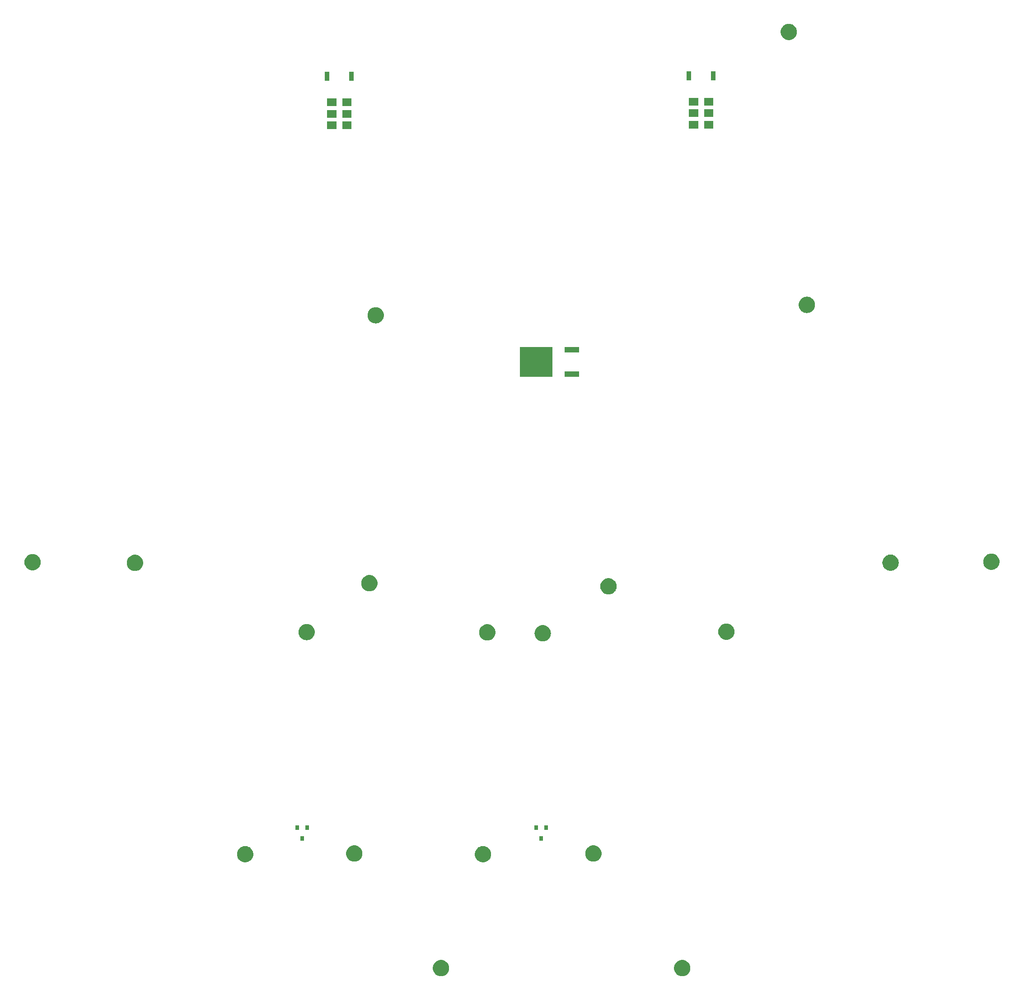
<source format=gtp>
G04*
G04 #@! TF.GenerationSoftware,Altium Limited,Altium Designer,24.5.2 (23)*
G04*
G04 Layer_Color=8421504*
%FSLAX44Y44*%
%MOMM*%
G71*
G04*
G04 #@! TF.SameCoordinates,D553E347-6E3C-48DD-9562-C4322221CC57*
G04*
G04*
G04 #@! TF.FilePolarity,Positive*
G04*
G01*
G75*
%ADD16R,0.9600X1.7300*%
%ADD17R,0.8000X0.9000*%
%ADD18R,2.7500X1.0000*%
%ADD19R,6.1500X5.5500*%
G36*
X2859747Y2467007D02*
X2861220Y2466714D01*
X2862658Y2466278D01*
X2864046Y2465703D01*
X2865372Y2464995D01*
X2866621Y2464160D01*
X2867782Y2463207D01*
X2868845Y2462144D01*
X2869798Y2460983D01*
X2870633Y2459734D01*
X2871341Y2458408D01*
X2871916Y2457020D01*
X2872352Y2455582D01*
X2872646Y2454109D01*
X2872793Y2452613D01*
Y2451862D01*
Y2451111D01*
X2872646Y2449615D01*
X2872352Y2448142D01*
X2871916Y2446704D01*
X2871341Y2445316D01*
X2870633Y2443990D01*
X2869798Y2442741D01*
X2868845Y2441580D01*
X2867782Y2440517D01*
X2866621Y2439564D01*
X2865372Y2438729D01*
X2864046Y2438021D01*
X2862658Y2437446D01*
X2861220Y2437010D01*
X2859747Y2436716D01*
X2858251Y2436569D01*
X2857500Y2436569D01*
X2856749D01*
X2855253Y2436716D01*
X2853780Y2437010D01*
X2852342Y2437446D01*
X2850954Y2438021D01*
X2849628Y2438729D01*
X2848379Y2439564D01*
X2847218Y2440517D01*
X2846155Y2441580D01*
X2845202Y2442741D01*
X2844367Y2443990D01*
X2843659Y2445316D01*
X2843084Y2446704D01*
X2842648Y2448142D01*
X2842354Y2449615D01*
X2842207Y2451111D01*
Y2451862D01*
Y2452613D01*
X2842354Y2454109D01*
X2842648Y2455582D01*
X2843084Y2457020D01*
X2843659Y2458408D01*
X2844367Y2459734D01*
X2845202Y2460983D01*
X2846155Y2462144D01*
X2847218Y2463207D01*
X2848379Y2464160D01*
X2849628Y2464995D01*
X2850954Y2465703D01*
X2852342Y2466278D01*
X2853780Y2466714D01*
X2855253Y2467007D01*
X2856749Y2467155D01*
X2858251D01*
X2859747Y2467007D01*
D02*
G37*
G36*
X2715812Y2313926D02*
X2698712D01*
Y2328226D01*
X2715812D01*
Y2313926D01*
D02*
G37*
G36*
X2687612D02*
X2670512D01*
Y2328226D01*
X2687612D01*
Y2313926D01*
D02*
G37*
G36*
X2037632Y2312766D02*
X2020532D01*
Y2327066D01*
X2037632D01*
Y2312766D01*
D02*
G37*
G36*
X2009432D02*
X1992332D01*
Y2327066D01*
X2009432D01*
Y2312766D01*
D02*
G37*
G36*
X2715812Y2292226D02*
X2698712D01*
Y2306526D01*
X2715812D01*
Y2292226D01*
D02*
G37*
G36*
X2687612D02*
X2670512D01*
Y2306526D01*
X2687612D01*
Y2292226D01*
D02*
G37*
G36*
X2037632Y2291066D02*
X2020532D01*
Y2305366D01*
X2037632D01*
Y2291066D01*
D02*
G37*
G36*
X2009432D02*
X1992332D01*
Y2305366D01*
X2009432D01*
Y2291066D01*
D02*
G37*
G36*
X2715812Y2270526D02*
X2698712D01*
Y2284826D01*
X2715812D01*
Y2270526D01*
D02*
G37*
G36*
X2687612D02*
X2670512D01*
Y2284826D01*
X2687612D01*
Y2270526D01*
D02*
G37*
G36*
X2037632Y2269366D02*
X2020532D01*
Y2283666D01*
X2037632D01*
Y2269366D01*
D02*
G37*
G36*
X2009432D02*
X1992332D01*
Y2283666D01*
X2009432D01*
Y2269366D01*
D02*
G37*
G36*
X2893529Y1954944D02*
X2895002Y1954650D01*
X2896440Y1954214D01*
X2897828Y1953639D01*
X2899154Y1952931D01*
X2900403Y1952096D01*
X2901564Y1951143D01*
X2902627Y1950080D01*
X2903580Y1948919D01*
X2904415Y1947670D01*
X2905123Y1946344D01*
X2905698Y1944956D01*
X2906134Y1943518D01*
X2906428Y1942045D01*
X2906575Y1940549D01*
Y1939798D01*
Y1939047D01*
X2906428Y1937551D01*
X2906134Y1936078D01*
X2905698Y1934640D01*
X2905123Y1933252D01*
X2904415Y1931926D01*
X2903580Y1930677D01*
X2902627Y1929516D01*
X2901564Y1928453D01*
X2900403Y1927500D01*
X2899154Y1926665D01*
X2897828Y1925957D01*
X2896440Y1925382D01*
X2895002Y1924946D01*
X2893529Y1924653D01*
X2892033Y1924505D01*
X2891282Y1924505D01*
X2890531D01*
X2889035Y1924653D01*
X2887562Y1924946D01*
X2886124Y1925382D01*
X2884736Y1925957D01*
X2883410Y1926665D01*
X2882161Y1927500D01*
X2880999Y1928453D01*
X2879937Y1929516D01*
X2878984Y1930677D01*
X2878149Y1931926D01*
X2877441Y1933252D01*
X2876866Y1934640D01*
X2876430Y1936078D01*
X2876136Y1937551D01*
X2875989Y1939047D01*
Y1939798D01*
Y1940549D01*
X2876136Y1942045D01*
X2876430Y1943518D01*
X2876866Y1944956D01*
X2877441Y1946344D01*
X2878149Y1947670D01*
X2878984Y1948919D01*
X2879937Y1950080D01*
X2880999Y1951143D01*
X2882161Y1952096D01*
X2883410Y1952931D01*
X2884736Y1953639D01*
X2886124Y1954214D01*
X2887562Y1954650D01*
X2889035Y1954944D01*
X2890531Y1955091D01*
X2892033D01*
X2893529Y1954944D01*
D02*
G37*
G36*
X2085301Y1935385D02*
X2086774Y1935092D01*
X2088212Y1934656D01*
X2089600Y1934081D01*
X2090926Y1933373D01*
X2092175Y1932538D01*
X2093336Y1931585D01*
X2094399Y1930522D01*
X2095352Y1929361D01*
X2096187Y1928112D01*
X2096895Y1926786D01*
X2097470Y1925398D01*
X2097906Y1923960D01*
X2098199Y1922487D01*
X2098347Y1920991D01*
Y1920240D01*
Y1919489D01*
X2098199Y1917993D01*
X2097906Y1916520D01*
X2097470Y1915082D01*
X2096895Y1913694D01*
X2096187Y1912368D01*
X2095352Y1911119D01*
X2094399Y1909958D01*
X2093336Y1908895D01*
X2092175Y1907942D01*
X2090926Y1907107D01*
X2089600Y1906399D01*
X2088212Y1905824D01*
X2086774Y1905388D01*
X2085301Y1905094D01*
X2083805Y1904947D01*
X2083054Y1904947D01*
X2082303D01*
X2080807Y1905094D01*
X2079334Y1905388D01*
X2077896Y1905824D01*
X2076508Y1906399D01*
X2075182Y1907107D01*
X2073933Y1907942D01*
X2072772Y1908895D01*
X2071709Y1909958D01*
X2070756Y1911119D01*
X2069921Y1912368D01*
X2069213Y1913694D01*
X2068638Y1915082D01*
X2068202Y1916520D01*
X2067908Y1917993D01*
X2067761Y1919489D01*
Y1920240D01*
Y1920991D01*
X2067908Y1922487D01*
X2068202Y1923960D01*
X2068638Y1925398D01*
X2069213Y1926786D01*
X2069921Y1928112D01*
X2070756Y1929361D01*
X2071709Y1930522D01*
X2072772Y1931585D01*
X2073933Y1932538D01*
X2075182Y1933373D01*
X2076508Y1934081D01*
X2077896Y1934656D01*
X2079334Y1935092D01*
X2080807Y1935385D01*
X2082303Y1935533D01*
X2083805D01*
X2085301Y1935385D01*
D02*
G37*
G36*
X3239400Y1472917D02*
X3240873Y1472624D01*
X3242311Y1472188D01*
X3243699Y1471613D01*
X3245024Y1470905D01*
X3246274Y1470070D01*
X3247435Y1469117D01*
X3248498Y1468054D01*
X3249451Y1466893D01*
X3250286Y1465644D01*
X3250994Y1464318D01*
X3251569Y1462930D01*
X3252005Y1461492D01*
X3252299Y1460019D01*
X3252446Y1458523D01*
Y1457772D01*
Y1457021D01*
X3252299Y1455525D01*
X3252005Y1454052D01*
X3251569Y1452614D01*
X3250994Y1451226D01*
X3250286Y1449900D01*
X3249451Y1448651D01*
X3248498Y1447490D01*
X3247435Y1446427D01*
X3246274Y1445474D01*
X3245024Y1444639D01*
X3243699Y1443931D01*
X3242311Y1443356D01*
X3240873Y1442920D01*
X3239400Y1442626D01*
X3237904Y1442479D01*
X3237153Y1442479D01*
X3236402D01*
X3234906Y1442626D01*
X3233433Y1442920D01*
X3231995Y1443356D01*
X3230607Y1443931D01*
X3229281Y1444639D01*
X3228032Y1445474D01*
X3226871Y1446427D01*
X3225808Y1447490D01*
X3224855Y1448651D01*
X3224020Y1449900D01*
X3223312Y1451226D01*
X3222737Y1452614D01*
X3222301Y1454052D01*
X3222007Y1455525D01*
X3221860Y1457021D01*
Y1457772D01*
Y1458523D01*
X3222007Y1460019D01*
X3222301Y1461492D01*
X3222737Y1462930D01*
X3223312Y1464318D01*
X3224020Y1465644D01*
X3224855Y1466893D01*
X3225808Y1468054D01*
X3226871Y1469117D01*
X3228032Y1470070D01*
X3229281Y1470905D01*
X3230607Y1471613D01*
X3231995Y1472188D01*
X3233433Y1472624D01*
X3234906Y1472917D01*
X3236402Y1473065D01*
X3237904D01*
X3239400Y1472917D01*
D02*
G37*
G36*
X1442173Y1472155D02*
X1443646Y1471862D01*
X1445084Y1471426D01*
X1446472Y1470851D01*
X1447798Y1470143D01*
X1449047Y1469308D01*
X1450208Y1468355D01*
X1451271Y1467292D01*
X1452224Y1466131D01*
X1453059Y1464882D01*
X1453767Y1463556D01*
X1454342Y1462168D01*
X1454778Y1460730D01*
X1455072Y1459257D01*
X1455219Y1457761D01*
Y1457010D01*
Y1456259D01*
X1455072Y1454763D01*
X1454778Y1453290D01*
X1454342Y1451852D01*
X1453767Y1450464D01*
X1453059Y1449138D01*
X1452224Y1447889D01*
X1451271Y1446728D01*
X1450208Y1445665D01*
X1449047Y1444712D01*
X1447798Y1443877D01*
X1446472Y1443169D01*
X1445084Y1442594D01*
X1443646Y1442158D01*
X1442173Y1441864D01*
X1440677Y1441717D01*
X1439926Y1441717D01*
X1439175D01*
X1437679Y1441864D01*
X1436206Y1442158D01*
X1434768Y1442594D01*
X1433380Y1443169D01*
X1432054Y1443877D01*
X1430805Y1444712D01*
X1429644Y1445665D01*
X1428581Y1446728D01*
X1427628Y1447889D01*
X1426793Y1449138D01*
X1426085Y1450464D01*
X1425510Y1451852D01*
X1425074Y1453290D01*
X1424780Y1454763D01*
X1424633Y1456259D01*
Y1457010D01*
Y1457761D01*
X1424780Y1459257D01*
X1425074Y1460730D01*
X1425510Y1462168D01*
X1426085Y1463556D01*
X1426793Y1464882D01*
X1427628Y1466131D01*
X1428581Y1467292D01*
X1429644Y1468355D01*
X1430805Y1469308D01*
X1432054Y1470143D01*
X1433380Y1470851D01*
X1434768Y1471426D01*
X1436206Y1471862D01*
X1437679Y1472155D01*
X1439175Y1472303D01*
X1440677D01*
X1442173Y1472155D01*
D02*
G37*
G36*
X3050424Y1471140D02*
X3051897Y1470846D01*
X3053335Y1470410D01*
X3054724Y1469835D01*
X3056049Y1469127D01*
X3057298Y1468292D01*
X3058459Y1467339D01*
X3059522Y1466276D01*
X3060475Y1465115D01*
X3061310Y1463866D01*
X3062018Y1462540D01*
X3062593Y1461152D01*
X3063029Y1459714D01*
X3063322Y1458241D01*
X3063470Y1456745D01*
Y1455994D01*
Y1455243D01*
X3063322Y1453747D01*
X3063029Y1452274D01*
X3062593Y1450836D01*
X3062018Y1449448D01*
X3061310Y1448122D01*
X3060475Y1446873D01*
X3059522Y1445712D01*
X3058459Y1444649D01*
X3057298Y1443696D01*
X3056049Y1442861D01*
X3054724Y1442153D01*
X3053335Y1441578D01*
X3051897Y1441142D01*
X3050424Y1440849D01*
X3048928Y1440701D01*
X3048177Y1440701D01*
X3047426D01*
X3045930Y1440849D01*
X3044457Y1441142D01*
X3043019Y1441578D01*
X3041631Y1442153D01*
X3040305Y1442861D01*
X3039056Y1443696D01*
X3037895Y1444649D01*
X3036832Y1445712D01*
X3035879Y1446873D01*
X3035044Y1448122D01*
X3034336Y1449448D01*
X3033761Y1450836D01*
X3033325Y1452274D01*
X3033031Y1453747D01*
X3032884Y1455243D01*
Y1455994D01*
Y1456745D01*
X3033031Y1458241D01*
X3033325Y1459714D01*
X3033761Y1461152D01*
X3034336Y1462540D01*
X3035044Y1463866D01*
X3035879Y1465115D01*
X3036832Y1466276D01*
X3037895Y1467339D01*
X3039056Y1468292D01*
X3040305Y1469127D01*
X3041631Y1469835D01*
X3043019Y1470410D01*
X3044457Y1470846D01*
X3045930Y1471140D01*
X3047426Y1471287D01*
X3048928D01*
X3050424Y1471140D01*
D02*
G37*
G36*
X1634197Y1470885D02*
X1635670Y1470592D01*
X1637108Y1470156D01*
X1638496Y1469581D01*
X1639822Y1468873D01*
X1641071Y1468038D01*
X1642232Y1467085D01*
X1643295Y1466022D01*
X1644248Y1464861D01*
X1645083Y1463612D01*
X1645791Y1462286D01*
X1646366Y1460898D01*
X1646802Y1459460D01*
X1647095Y1457987D01*
X1647243Y1456491D01*
Y1455740D01*
Y1454989D01*
X1647095Y1453493D01*
X1646802Y1452020D01*
X1646366Y1450582D01*
X1645791Y1449194D01*
X1645083Y1447868D01*
X1644248Y1446619D01*
X1643295Y1445458D01*
X1642232Y1444395D01*
X1641071Y1443442D01*
X1639822Y1442607D01*
X1638496Y1441899D01*
X1637108Y1441324D01*
X1635670Y1440888D01*
X1634197Y1440594D01*
X1632701Y1440447D01*
X1631950Y1440447D01*
X1631199D01*
X1629703Y1440594D01*
X1628230Y1440888D01*
X1626792Y1441324D01*
X1625404Y1441899D01*
X1624078Y1442607D01*
X1622829Y1443442D01*
X1621668Y1444395D01*
X1620605Y1445458D01*
X1619652Y1446619D01*
X1618817Y1447868D01*
X1618109Y1449194D01*
X1617534Y1450582D01*
X1617098Y1452020D01*
X1616805Y1453493D01*
X1616657Y1454989D01*
Y1455740D01*
Y1456491D01*
X1616805Y1457987D01*
X1617098Y1459460D01*
X1617534Y1460898D01*
X1618109Y1462286D01*
X1618817Y1463612D01*
X1619652Y1464861D01*
X1620605Y1466022D01*
X1621668Y1467085D01*
X1622829Y1468038D01*
X1624078Y1468873D01*
X1625404Y1469581D01*
X1626792Y1470156D01*
X1628230Y1470592D01*
X1629703Y1470885D01*
X1631199Y1471033D01*
X1632701D01*
X1634197Y1470885D01*
D02*
G37*
G36*
X2073617Y1432720D02*
X2075090Y1432426D01*
X2076528Y1431990D01*
X2077916Y1431415D01*
X2079242Y1430707D01*
X2080491Y1429872D01*
X2081652Y1428919D01*
X2082715Y1427856D01*
X2083668Y1426695D01*
X2084503Y1425446D01*
X2085211Y1424120D01*
X2085786Y1422732D01*
X2086222Y1421294D01*
X2086516Y1419821D01*
X2086663Y1418325D01*
Y1417574D01*
Y1416823D01*
X2086516Y1415327D01*
X2086222Y1413854D01*
X2085786Y1412416D01*
X2085211Y1411028D01*
X2084503Y1409702D01*
X2083668Y1408453D01*
X2082715Y1407292D01*
X2081652Y1406229D01*
X2080491Y1405276D01*
X2079242Y1404441D01*
X2077916Y1403733D01*
X2076528Y1403158D01*
X2075090Y1402722D01*
X2073617Y1402428D01*
X2072121Y1402281D01*
X2071370Y1402281D01*
X2070619D01*
X2069123Y1402428D01*
X2067650Y1402722D01*
X2066212Y1403158D01*
X2064824Y1403733D01*
X2063498Y1404441D01*
X2062249Y1405276D01*
X2061088Y1406229D01*
X2060025Y1407292D01*
X2059072Y1408453D01*
X2058237Y1409702D01*
X2057529Y1411028D01*
X2056954Y1412416D01*
X2056518Y1413854D01*
X2056225Y1415327D01*
X2056077Y1416823D01*
Y1417574D01*
Y1418325D01*
X2056225Y1419821D01*
X2056518Y1421294D01*
X2056954Y1422732D01*
X2057529Y1424120D01*
X2058237Y1425446D01*
X2059072Y1426695D01*
X2060025Y1427856D01*
X2061088Y1428919D01*
X2062249Y1429872D01*
X2063498Y1430707D01*
X2064824Y1431415D01*
X2066212Y1431990D01*
X2067650Y1432426D01*
X2069123Y1432720D01*
X2070619Y1432867D01*
X2072121D01*
X2073617Y1432720D01*
D02*
G37*
G36*
X2521673Y1426877D02*
X2523146Y1426584D01*
X2524584Y1426148D01*
X2525972Y1425573D01*
X2527298Y1424865D01*
X2528547Y1424030D01*
X2529708Y1423077D01*
X2530771Y1422014D01*
X2531724Y1420853D01*
X2532559Y1419604D01*
X2533267Y1418278D01*
X2533842Y1416890D01*
X2534278Y1415452D01*
X2534572Y1413979D01*
X2534719Y1412483D01*
Y1411732D01*
Y1410981D01*
X2534572Y1409485D01*
X2534278Y1408012D01*
X2533842Y1406574D01*
X2533267Y1405186D01*
X2532559Y1403860D01*
X2531724Y1402611D01*
X2530771Y1401450D01*
X2529708Y1400387D01*
X2528547Y1399434D01*
X2527298Y1398599D01*
X2525972Y1397891D01*
X2524584Y1397316D01*
X2523146Y1396880D01*
X2521673Y1396586D01*
X2520177Y1396439D01*
X2519426Y1396439D01*
X2518675D01*
X2517179Y1396586D01*
X2515706Y1396880D01*
X2514268Y1397316D01*
X2512880Y1397891D01*
X2511554Y1398599D01*
X2510305Y1399434D01*
X2509144Y1400387D01*
X2508081Y1401450D01*
X2507128Y1402611D01*
X2506293Y1403860D01*
X2505585Y1405186D01*
X2505010Y1406574D01*
X2504574Y1408012D01*
X2504281Y1409485D01*
X2504133Y1410981D01*
Y1411732D01*
Y1412483D01*
X2504281Y1413979D01*
X2504574Y1415452D01*
X2505010Y1416890D01*
X2505585Y1418278D01*
X2506293Y1419604D01*
X2507128Y1420853D01*
X2508081Y1422014D01*
X2509144Y1423077D01*
X2510305Y1424030D01*
X2511554Y1424865D01*
X2512880Y1425573D01*
X2514268Y1426148D01*
X2515706Y1426584D01*
X2517179Y1426877D01*
X2518675Y1427025D01*
X2520177D01*
X2521673Y1426877D01*
D02*
G37*
G36*
X2742653Y1341788D02*
X2744126Y1341494D01*
X2745564Y1341058D01*
X2746953Y1340483D01*
X2748278Y1339775D01*
X2749527Y1338940D01*
X2750688Y1337987D01*
X2751751Y1336924D01*
X2752704Y1335763D01*
X2753539Y1334514D01*
X2754247Y1333188D01*
X2754822Y1331800D01*
X2755258Y1330362D01*
X2755551Y1328889D01*
X2755699Y1327393D01*
Y1326642D01*
Y1325891D01*
X2755551Y1324395D01*
X2755258Y1322922D01*
X2754822Y1321484D01*
X2754247Y1320096D01*
X2753539Y1318770D01*
X2752704Y1317521D01*
X2751751Y1316360D01*
X2750688Y1315297D01*
X2749527Y1314344D01*
X2748278Y1313509D01*
X2746953Y1312801D01*
X2745564Y1312226D01*
X2744126Y1311790D01*
X2742653Y1311496D01*
X2741157Y1311349D01*
X2740406Y1311349D01*
X2739655D01*
X2738159Y1311496D01*
X2736686Y1311790D01*
X2735248Y1312226D01*
X2733860Y1312801D01*
X2732534Y1313509D01*
X2731285Y1314344D01*
X2730124Y1315297D01*
X2729061Y1316360D01*
X2728108Y1317521D01*
X2727273Y1318770D01*
X2726565Y1320096D01*
X2725990Y1321484D01*
X2725554Y1322922D01*
X2725261Y1324395D01*
X2725113Y1325891D01*
Y1326642D01*
Y1327393D01*
X2725261Y1328889D01*
X2725554Y1330362D01*
X2725990Y1331800D01*
X2726565Y1333188D01*
X2727273Y1334514D01*
X2728108Y1335763D01*
X2729061Y1336924D01*
X2730124Y1337987D01*
X2731285Y1338940D01*
X2732534Y1339775D01*
X2733860Y1340483D01*
X2735248Y1341058D01*
X2736686Y1341494D01*
X2738159Y1341788D01*
X2739655Y1341935D01*
X2741157D01*
X2742653Y1341788D01*
D02*
G37*
G36*
X1956015Y1341026D02*
X1957488Y1340732D01*
X1958926Y1340296D01*
X1960314Y1339721D01*
X1961640Y1339013D01*
X1962889Y1338178D01*
X1964050Y1337225D01*
X1965113Y1336162D01*
X1966066Y1335001D01*
X1966901Y1333752D01*
X1967609Y1332426D01*
X1968184Y1331038D01*
X1968620Y1329600D01*
X1968914Y1328127D01*
X1969061Y1326631D01*
Y1325880D01*
Y1325129D01*
X1968914Y1323633D01*
X1968620Y1322160D01*
X1968184Y1320722D01*
X1967609Y1319334D01*
X1966901Y1318008D01*
X1966066Y1316759D01*
X1965113Y1315598D01*
X1964050Y1314535D01*
X1962889Y1313582D01*
X1961640Y1312747D01*
X1960314Y1312039D01*
X1958926Y1311464D01*
X1957488Y1311028D01*
X1956015Y1310735D01*
X1954519Y1310587D01*
X1953768Y1310587D01*
X1953017D01*
X1951521Y1310735D01*
X1950048Y1311028D01*
X1948610Y1311464D01*
X1947222Y1312039D01*
X1945896Y1312747D01*
X1944647Y1313582D01*
X1943486Y1314535D01*
X1942423Y1315598D01*
X1941470Y1316759D01*
X1940635Y1318008D01*
X1939927Y1319334D01*
X1939352Y1320722D01*
X1938916Y1322160D01*
X1938622Y1323633D01*
X1938475Y1325129D01*
Y1325880D01*
Y1326631D01*
X1938622Y1328127D01*
X1938916Y1329600D01*
X1939352Y1331038D01*
X1939927Y1332426D01*
X1940635Y1333752D01*
X1941470Y1335001D01*
X1942423Y1336162D01*
X1943486Y1337225D01*
X1944647Y1338178D01*
X1945896Y1339013D01*
X1947222Y1339721D01*
X1948610Y1340296D01*
X1950048Y1340732D01*
X1951521Y1341026D01*
X1953017Y1341173D01*
X1954519D01*
X1956015Y1341026D01*
D02*
G37*
G36*
X2294597Y1340517D02*
X2296070Y1340224D01*
X2297508Y1339788D01*
X2298896Y1339213D01*
X2300222Y1338505D01*
X2301471Y1337670D01*
X2302632Y1336717D01*
X2303695Y1335654D01*
X2304648Y1334493D01*
X2305483Y1333244D01*
X2306191Y1331918D01*
X2306766Y1330530D01*
X2307202Y1329092D01*
X2307496Y1327619D01*
X2307643Y1326123D01*
Y1325372D01*
Y1324621D01*
X2307496Y1323125D01*
X2307202Y1321652D01*
X2306766Y1320214D01*
X2306191Y1318826D01*
X2305483Y1317500D01*
X2304648Y1316251D01*
X2303695Y1315090D01*
X2302632Y1314027D01*
X2301471Y1313074D01*
X2300222Y1312239D01*
X2298896Y1311531D01*
X2297508Y1310956D01*
X2296070Y1310520D01*
X2294597Y1310226D01*
X2293101Y1310079D01*
X2292350Y1310079D01*
X2291599D01*
X2290103Y1310226D01*
X2288630Y1310520D01*
X2287192Y1310956D01*
X2285804Y1311531D01*
X2284478Y1312239D01*
X2283229Y1313074D01*
X2282068Y1314027D01*
X2281005Y1315090D01*
X2280052Y1316251D01*
X2279217Y1317500D01*
X2278509Y1318826D01*
X2277934Y1320214D01*
X2277498Y1321652D01*
X2277204Y1323125D01*
X2277057Y1324621D01*
Y1325372D01*
Y1326123D01*
X2277204Y1327619D01*
X2277498Y1329092D01*
X2277934Y1330530D01*
X2278509Y1331918D01*
X2279217Y1333244D01*
X2280052Y1334493D01*
X2281005Y1335654D01*
X2282068Y1336717D01*
X2283229Y1337670D01*
X2284478Y1338505D01*
X2285804Y1339213D01*
X2287192Y1339788D01*
X2288630Y1340224D01*
X2290103Y1340517D01*
X2291599Y1340665D01*
X2293101D01*
X2294597Y1340517D01*
D02*
G37*
G36*
X2398483Y1338739D02*
X2399956Y1338446D01*
X2401394Y1338010D01*
X2402782Y1337435D01*
X2404108Y1336727D01*
X2405357Y1335892D01*
X2406518Y1334939D01*
X2407581Y1333876D01*
X2408534Y1332715D01*
X2409369Y1331466D01*
X2410077Y1330140D01*
X2410652Y1328752D01*
X2411088Y1327314D01*
X2411382Y1325841D01*
X2411529Y1324345D01*
Y1323594D01*
Y1322843D01*
X2411382Y1321347D01*
X2411088Y1319874D01*
X2410652Y1318436D01*
X2410077Y1317048D01*
X2409369Y1315722D01*
X2408534Y1314473D01*
X2407581Y1313312D01*
X2406518Y1312249D01*
X2405357Y1311296D01*
X2404108Y1310461D01*
X2402782Y1309753D01*
X2401394Y1309178D01*
X2399956Y1308742D01*
X2398483Y1308448D01*
X2396987Y1308301D01*
X2396236Y1308301D01*
X2395485D01*
X2393989Y1308448D01*
X2392516Y1308742D01*
X2391078Y1309178D01*
X2389690Y1309753D01*
X2388364Y1310461D01*
X2387115Y1311296D01*
X2385954Y1312249D01*
X2384891Y1313312D01*
X2383938Y1314473D01*
X2383103Y1315722D01*
X2382395Y1317048D01*
X2381820Y1318436D01*
X2381384Y1319874D01*
X2381091Y1321347D01*
X2380943Y1322843D01*
Y1323594D01*
Y1324345D01*
X2381091Y1325841D01*
X2381384Y1327314D01*
X2381820Y1328752D01*
X2382395Y1330140D01*
X2383103Y1331466D01*
X2383938Y1332715D01*
X2384891Y1333876D01*
X2385954Y1334939D01*
X2387115Y1335892D01*
X2388364Y1336727D01*
X2389690Y1337435D01*
X2391078Y1338010D01*
X2392516Y1338446D01*
X2393989Y1338739D01*
X2395485Y1338887D01*
X2396987D01*
X2398483Y1338739D01*
D02*
G37*
G36*
X2493479Y925592D02*
X2494952Y925298D01*
X2496390Y924862D01*
X2497778Y924287D01*
X2499104Y923579D01*
X2500353Y922744D01*
X2501514Y921791D01*
X2502577Y920728D01*
X2503530Y919567D01*
X2504365Y918318D01*
X2505073Y916992D01*
X2505648Y915604D01*
X2506084Y914166D01*
X2506378Y912693D01*
X2506525Y911197D01*
Y910446D01*
Y909695D01*
X2506378Y908199D01*
X2506084Y906726D01*
X2505648Y905288D01*
X2505073Y903900D01*
X2504365Y902574D01*
X2503530Y901325D01*
X2502577Y900164D01*
X2501514Y899101D01*
X2500353Y898148D01*
X2499104Y897313D01*
X2497778Y896605D01*
X2496390Y896030D01*
X2494952Y895594D01*
X2493479Y895301D01*
X2491983Y895153D01*
X2491232Y895153D01*
X2490481D01*
X2488985Y895301D01*
X2487512Y895594D01*
X2486074Y896030D01*
X2484686Y896605D01*
X2483360Y897313D01*
X2482111Y898148D01*
X2480950Y899101D01*
X2479887Y900164D01*
X2478934Y901325D01*
X2478099Y902574D01*
X2477391Y903900D01*
X2476816Y905288D01*
X2476380Y906726D01*
X2476086Y908199D01*
X2475939Y909695D01*
Y910446D01*
Y911197D01*
X2476086Y912693D01*
X2476380Y914166D01*
X2476816Y915604D01*
X2477391Y916992D01*
X2478099Y918318D01*
X2478934Y919567D01*
X2479887Y920728D01*
X2480950Y921791D01*
X2482111Y922744D01*
X2483360Y923579D01*
X2484686Y924287D01*
X2486074Y924862D01*
X2487512Y925298D01*
X2488985Y925592D01*
X2490481Y925739D01*
X2491983D01*
X2493479Y925592D01*
D02*
G37*
G36*
X2045169D02*
X2046642Y925298D01*
X2048080Y924862D01*
X2049468Y924287D01*
X2050794Y923579D01*
X2052043Y922744D01*
X2053204Y921791D01*
X2054267Y920728D01*
X2055220Y919567D01*
X2056055Y918318D01*
X2056763Y916992D01*
X2057338Y915604D01*
X2057774Y914166D01*
X2058067Y912693D01*
X2058215Y911197D01*
Y910446D01*
Y909695D01*
X2058067Y908199D01*
X2057774Y906726D01*
X2057338Y905288D01*
X2056763Y903900D01*
X2056055Y902574D01*
X2055220Y901325D01*
X2054267Y900164D01*
X2053204Y899101D01*
X2052043Y898148D01*
X2050794Y897313D01*
X2049468Y896605D01*
X2048080Y896030D01*
X2046642Y895594D01*
X2045169Y895301D01*
X2043673Y895153D01*
X2042922Y895153D01*
X2042171D01*
X2040675Y895301D01*
X2039202Y895594D01*
X2037764Y896030D01*
X2036376Y896605D01*
X2035050Y897313D01*
X2033801Y898148D01*
X2032640Y899101D01*
X2031577Y900164D01*
X2030624Y901325D01*
X2029789Y902574D01*
X2029081Y903900D01*
X2028506Y905288D01*
X2028070Y906726D01*
X2027776Y908199D01*
X2027629Y909695D01*
Y910446D01*
Y911197D01*
X2027776Y912693D01*
X2028070Y914166D01*
X2028506Y915604D01*
X2029081Y916992D01*
X2029789Y918318D01*
X2030624Y919567D01*
X2031577Y920728D01*
X2032640Y921791D01*
X2033801Y922744D01*
X2035050Y923579D01*
X2036376Y924287D01*
X2037764Y924862D01*
X2039202Y925298D01*
X2040675Y925592D01*
X2042171Y925739D01*
X2043673D01*
X2045169Y925592D01*
D02*
G37*
G36*
X2286469Y924212D02*
X2287942Y923918D01*
X2289380Y923482D01*
X2290768Y922907D01*
X2292094Y922199D01*
X2293343Y921364D01*
X2294504Y920411D01*
X2295567Y919348D01*
X2296520Y918187D01*
X2297355Y916938D01*
X2298063Y915612D01*
X2298638Y914224D01*
X2299074Y912786D01*
X2299368Y911313D01*
X2299515Y909817D01*
Y909066D01*
Y908315D01*
X2299368Y906819D01*
X2299074Y905346D01*
X2298638Y903908D01*
X2298063Y902520D01*
X2297355Y901194D01*
X2296520Y899945D01*
X2295567Y898784D01*
X2294504Y897721D01*
X2293343Y896768D01*
X2292094Y895933D01*
X2290768Y895225D01*
X2289380Y894650D01*
X2287942Y894214D01*
X2286469Y893921D01*
X2284973Y893773D01*
X2284222Y893773D01*
X2283471D01*
X2281975Y893921D01*
X2280502Y894214D01*
X2279064Y894650D01*
X2277676Y895225D01*
X2276350Y895933D01*
X2275101Y896768D01*
X2273940Y897721D01*
X2272877Y898784D01*
X2271924Y899945D01*
X2271089Y901194D01*
X2270381Y902520D01*
X2269806Y903908D01*
X2269370Y905346D01*
X2269077Y906819D01*
X2268929Y908315D01*
Y909066D01*
Y909817D01*
X2269077Y911313D01*
X2269370Y912786D01*
X2269806Y914224D01*
X2270381Y915612D01*
X2271089Y916938D01*
X2271924Y918187D01*
X2272877Y919348D01*
X2273940Y920411D01*
X2275101Y921364D01*
X2276350Y922199D01*
X2277676Y922907D01*
X2279064Y923482D01*
X2280502Y923918D01*
X2281975Y924212D01*
X2283471Y924359D01*
X2284973D01*
X2286469Y924212D01*
D02*
G37*
G36*
X1840699D02*
X1842172Y923918D01*
X1843610Y923482D01*
X1844998Y922907D01*
X1846324Y922199D01*
X1847573Y921364D01*
X1848734Y920411D01*
X1849797Y919348D01*
X1850750Y918187D01*
X1851585Y916938D01*
X1852293Y915612D01*
X1852868Y914224D01*
X1853304Y912786D01*
X1853598Y911313D01*
X1853745Y909817D01*
Y909066D01*
Y908315D01*
X1853598Y906819D01*
X1853304Y905346D01*
X1852868Y903908D01*
X1852293Y902520D01*
X1851585Y901194D01*
X1850750Y899945D01*
X1849797Y898784D01*
X1848734Y897721D01*
X1847573Y896768D01*
X1846324Y895933D01*
X1844998Y895225D01*
X1843610Y894650D01*
X1842172Y894214D01*
X1840699Y893921D01*
X1839203Y893773D01*
X1838452Y893773D01*
X1837701D01*
X1836205Y893921D01*
X1834732Y894214D01*
X1833294Y894650D01*
X1831906Y895225D01*
X1830580Y895933D01*
X1829331Y896768D01*
X1828170Y897721D01*
X1827107Y898784D01*
X1826154Y899945D01*
X1825319Y901194D01*
X1824611Y902520D01*
X1824036Y903908D01*
X1823600Y905346D01*
X1823306Y906819D01*
X1823159Y908315D01*
Y909066D01*
Y909817D01*
X1823306Y911313D01*
X1823600Y912786D01*
X1824036Y914224D01*
X1824611Y915612D01*
X1825319Y916938D01*
X1826154Y918187D01*
X1827107Y919348D01*
X1828170Y920411D01*
X1829331Y921364D01*
X1830580Y922199D01*
X1831906Y922907D01*
X1833294Y923482D01*
X1834732Y923918D01*
X1836205Y924212D01*
X1837701Y924359D01*
X1839203D01*
X1840699Y924212D01*
D02*
G37*
G36*
X2659849Y710631D02*
X2661322Y710338D01*
X2662760Y709902D01*
X2664148Y709327D01*
X2665474Y708619D01*
X2666723Y707784D01*
X2667885Y706831D01*
X2668947Y705768D01*
X2669900Y704607D01*
X2670735Y703358D01*
X2671443Y702032D01*
X2672018Y700644D01*
X2672455Y699206D01*
X2672747Y697733D01*
X2672895Y696237D01*
Y695486D01*
Y694735D01*
X2672747Y693239D01*
X2672455Y691766D01*
X2672018Y690328D01*
X2671443Y688940D01*
X2670735Y687614D01*
X2669900Y686365D01*
X2668947Y685204D01*
X2667885Y684141D01*
X2666723Y683188D01*
X2665474Y682353D01*
X2664148Y681645D01*
X2662760Y681070D01*
X2661322Y680634D01*
X2659849Y680340D01*
X2658353Y680193D01*
X2657602Y680193D01*
X2656851D01*
X2655356Y680340D01*
X2653882Y680634D01*
X2652444Y681070D01*
X2651056Y681645D01*
X2649731Y682353D01*
X2648481Y683188D01*
X2647320Y684141D01*
X2646257Y685204D01*
X2645304Y686365D01*
X2644469Y687614D01*
X2643761Y688940D01*
X2643186Y690328D01*
X2642750Y691766D01*
X2642456Y693239D01*
X2642309Y694735D01*
Y695486D01*
Y696237D01*
X2642456Y697733D01*
X2642750Y699206D01*
X2643186Y700644D01*
X2643761Y702032D01*
X2644469Y703358D01*
X2645304Y704607D01*
X2646257Y705768D01*
X2647320Y706831D01*
X2648481Y707784D01*
X2649731Y708619D01*
X2651056Y709327D01*
X2652444Y709902D01*
X2653882Y710338D01*
X2655356Y710631D01*
X2656851Y710779D01*
X2658353D01*
X2659849Y710631D01*
D02*
G37*
G36*
X2207729D02*
X2209202Y710338D01*
X2210640Y709902D01*
X2212028Y709327D01*
X2213354Y708619D01*
X2214603Y707784D01*
X2215764Y706831D01*
X2216827Y705768D01*
X2217780Y704607D01*
X2218615Y703358D01*
X2219323Y702032D01*
X2219898Y700644D01*
X2220334Y699206D01*
X2220627Y697733D01*
X2220775Y696237D01*
Y695486D01*
Y694735D01*
X2220627Y693239D01*
X2220334Y691766D01*
X2219898Y690328D01*
X2219323Y688940D01*
X2218615Y687614D01*
X2217780Y686365D01*
X2216827Y685204D01*
X2215764Y684141D01*
X2214603Y683188D01*
X2213354Y682353D01*
X2212028Y681645D01*
X2210640Y681070D01*
X2209202Y680634D01*
X2207729Y680340D01*
X2206233Y680193D01*
X2205482Y680193D01*
X2204731D01*
X2203235Y680340D01*
X2201762Y680634D01*
X2200324Y681070D01*
X2198936Y681645D01*
X2197610Y682353D01*
X2196361Y683188D01*
X2195200Y684141D01*
X2194137Y685204D01*
X2193184Y686365D01*
X2192349Y687614D01*
X2191641Y688940D01*
X2191066Y690328D01*
X2190630Y691766D01*
X2190336Y693239D01*
X2190189Y694735D01*
Y695486D01*
Y696237D01*
X2190336Y697733D01*
X2190630Y699206D01*
X2191066Y700644D01*
X2191641Y702032D01*
X2192349Y703358D01*
X2193184Y704607D01*
X2194137Y705768D01*
X2195200Y706831D01*
X2196361Y707784D01*
X2197610Y708619D01*
X2198936Y709327D01*
X2200324Y709902D01*
X2201762Y710338D01*
X2203235Y710631D01*
X2204731Y710779D01*
X2206233D01*
X2207729Y710631D01*
D02*
G37*
D16*
X1992132Y2368416D02*
D03*
X2037832D02*
D03*
X2670312Y2369576D02*
D03*
X2716012D02*
D03*
D17*
X1954632Y958546D02*
D03*
X1935632D02*
D03*
X1945132Y938546D02*
D03*
X2402942Y958546D02*
D03*
X2383942D02*
D03*
X2393442Y938546D02*
D03*
D18*
X2450682Y1809566D02*
D03*
Y1855366D02*
D03*
D19*
X2383682Y1832466D02*
D03*
M02*

</source>
